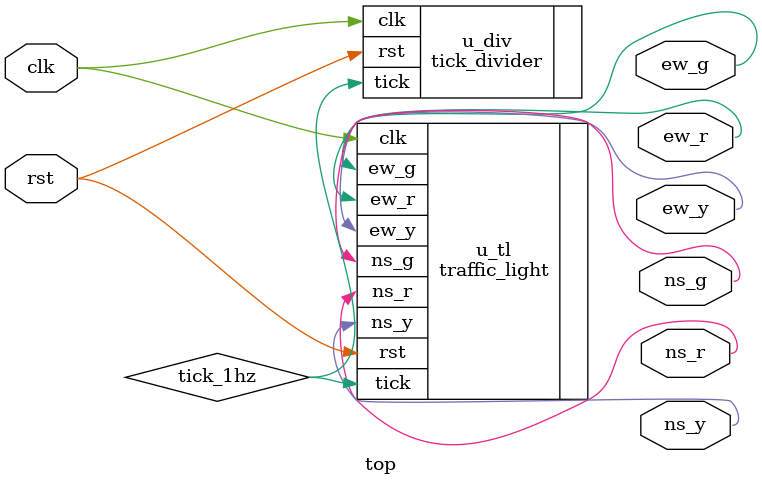
<source format=v>
module top(
  input wire clk,
  input wire rst,
output wire ns_g,ns_y,ns_r,
output wire ew_g,ew_y,ew_r
);



 wire tick_1hz;

 tick_divider #(.CLK_FREQ_HZ(50_000_000),.TICK_HZ(1))u_div(
 .clk(clk),.rst(rst), .tick(tick_1hz)
 );
 traffic_light u_tl (
 .clk(clk),.rst(rst), .tick(tick_1hz)
, .ns_g(ns_g),.ns_y(ns_y),.ns_r(ns_r),.ew_g(ew_g),.ew_y(ew_y),.ew_r(ew_r)

 );






endmodule

</source>
